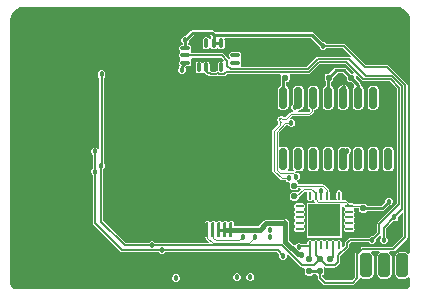
<source format=gbl>
G04*
G04 #@! TF.GenerationSoftware,Altium Limited,Altium Designer,21.9.2 (33)*
G04*
G04 Layer_Physical_Order=2*
G04 Layer_Color=16711680*
%FSLAX25Y25*%
%MOIN*%
G70*
G04*
G04 #@! TF.SameCoordinates,6337DD35-F76D-4253-AB87-260676900378*
G04*
G04*
G04 #@! TF.FilePolarity,Positive*
G04*
G01*
G75*
%ADD10C,0.01000*%
G04:AMPARAMS|DCode=18|XSize=20mil|YSize=20mil|CornerRadius=5mil|HoleSize=0mil|Usage=FLASHONLY|Rotation=0.000|XOffset=0mil|YOffset=0mil|HoleType=Round|Shape=RoundedRectangle|*
%AMROUNDEDRECTD18*
21,1,0.02000,0.01000,0,0,0.0*
21,1,0.01000,0.02000,0,0,0.0*
1,1,0.01000,0.00500,-0.00500*
1,1,0.01000,-0.00500,-0.00500*
1,1,0.01000,-0.00500,0.00500*
1,1,0.01000,0.00500,0.00500*
%
%ADD18ROUNDEDRECTD18*%
G04:AMPARAMS|DCode=20|XSize=20mil|YSize=20mil|CornerRadius=5mil|HoleSize=0mil|Usage=FLASHONLY|Rotation=270.000|XOffset=0mil|YOffset=0mil|HoleType=Round|Shape=RoundedRectangle|*
%AMROUNDEDRECTD20*
21,1,0.02000,0.01000,0,0,270.0*
21,1,0.01000,0.02000,0,0,270.0*
1,1,0.01000,-0.00500,-0.00500*
1,1,0.01000,-0.00500,0.00500*
1,1,0.01000,0.00500,0.00500*
1,1,0.01000,0.00500,-0.00500*
%
%ADD20ROUNDEDRECTD20*%
%ADD32C,0.00400*%
%ADD33C,0.00600*%
%ADD34C,0.15748*%
%ADD35C,0.01800*%
%ADD36O,0.02756X0.00984*%
%ADD37O,0.00984X0.02756*%
%ADD38R,0.11024X0.10630*%
G04:AMPARAMS|DCode=39|XSize=39.37mil|YSize=78.74mil|CornerRadius=9.84mil|HoleSize=0mil|Usage=FLASHONLY|Rotation=0.000|XOffset=0mil|YOffset=0mil|HoleType=Round|Shape=RoundedRectangle|*
%AMROUNDEDRECTD39*
21,1,0.03937,0.05906,0,0,0.0*
21,1,0.01968,0.07874,0,0,0.0*
1,1,0.01968,0.00984,-0.02953*
1,1,0.01968,-0.00984,-0.02953*
1,1,0.01968,-0.00984,0.02953*
1,1,0.01968,0.00984,0.02953*
%
%ADD39ROUNDEDRECTD39*%
G04:AMPARAMS|DCode=40|XSize=86mil|YSize=72mil|CornerRadius=18mil|HoleSize=0mil|Usage=FLASHONLY|Rotation=270.000|XOffset=0mil|YOffset=0mil|HoleType=Round|Shape=RoundedRectangle|*
%AMROUNDEDRECTD40*
21,1,0.08600,0.03600,0,0,270.0*
21,1,0.05000,0.07200,0,0,270.0*
1,1,0.03600,-0.01800,-0.02500*
1,1,0.03600,-0.01800,0.02500*
1,1,0.03600,0.01800,0.02500*
1,1,0.03600,0.01800,-0.02500*
%
%ADD40ROUNDEDRECTD40*%
G04:AMPARAMS|DCode=41|XSize=70.87mil|YSize=27.56mil|CornerRadius=6.89mil|HoleSize=0mil|Usage=FLASHONLY|Rotation=90.000|XOffset=0mil|YOffset=0mil|HoleType=Round|Shape=RoundedRectangle|*
%AMROUNDEDRECTD41*
21,1,0.07087,0.01378,0,0,90.0*
21,1,0.05709,0.02756,0,0,90.0*
1,1,0.01378,0.00689,0.02854*
1,1,0.01378,0.00689,-0.02854*
1,1,0.01378,-0.00689,-0.02854*
1,1,0.01378,-0.00689,0.02854*
%
%ADD41ROUNDEDRECTD41*%
G04:AMPARAMS|DCode=42|XSize=50mil|YSize=10mil|CornerRadius=2.5mil|HoleSize=0mil|Usage=FLASHONLY|Rotation=90.000|XOffset=0mil|YOffset=0mil|HoleType=Round|Shape=RoundedRectangle|*
%AMROUNDEDRECTD42*
21,1,0.05000,0.00500,0,0,90.0*
21,1,0.04500,0.01000,0,0,90.0*
1,1,0.00500,0.00250,0.02250*
1,1,0.00500,0.00250,-0.02250*
1,1,0.00500,-0.00250,-0.02250*
1,1,0.00500,-0.00250,0.02250*
%
%ADD42ROUNDEDRECTD42*%
G04:AMPARAMS|DCode=43|XSize=13.78mil|YSize=31.5mil|CornerRadius=3.45mil|HoleSize=0mil|Usage=FLASHONLY|Rotation=270.000|XOffset=0mil|YOffset=0mil|HoleType=Round|Shape=RoundedRectangle|*
%AMROUNDEDRECTD43*
21,1,0.01378,0.02461,0,0,270.0*
21,1,0.00689,0.03150,0,0,270.0*
1,1,0.00689,-0.01230,-0.00345*
1,1,0.00689,-0.01230,0.00345*
1,1,0.00689,0.01230,0.00345*
1,1,0.00689,0.01230,-0.00345*
%
%ADD43ROUNDEDRECTD43*%
G04:AMPARAMS|DCode=44|XSize=13.78mil|YSize=31.5mil|CornerRadius=3.45mil|HoleSize=0mil|Usage=FLASHONLY|Rotation=180.000|XOffset=0mil|YOffset=0mil|HoleType=Round|Shape=RoundedRectangle|*
%AMROUNDEDRECTD44*
21,1,0.01378,0.02461,0,0,180.0*
21,1,0.00689,0.03150,0,0,180.0*
1,1,0.00689,-0.00345,0.01230*
1,1,0.00689,0.00345,0.01230*
1,1,0.00689,0.00345,-0.01230*
1,1,0.00689,-0.00345,-0.01230*
%
%ADD44ROUNDEDRECTD44*%
%ADD45C,0.01500*%
G36*
X62181Y94189D02*
X63303Y94041D01*
X64349Y93607D01*
X65247Y92918D01*
X65937Y92020D01*
X66370Y90974D01*
X66518Y89851D01*
X66518D01*
Y86681D01*
Y12049D01*
X66018Y11897D01*
X65982Y11951D01*
X65524Y12257D01*
X64984Y12364D01*
X63016D01*
X62476Y12257D01*
X62018Y11951D01*
X61712Y11493D01*
X61604Y10953D01*
Y5047D01*
X61712Y4507D01*
X62018Y4049D01*
X62476Y3743D01*
X63016Y3636D01*
X64984D01*
X65524Y3743D01*
X65982Y4049D01*
X66018Y4103D01*
X66518Y3951D01*
Y1719D01*
X66510D01*
X66392Y1125D01*
X66057Y623D01*
X65554Y287D01*
X64961Y169D01*
Y161D01*
X-64961D01*
Y164D01*
X-65651Y301D01*
X-66237Y692D01*
X-66628Y1278D01*
X-66765Y1969D01*
X-66768D01*
Y19088D01*
X-66768Y19090D01*
X-66753Y19223D01*
X-66660Y19685D01*
X-66660D01*
X-66638Y19955D01*
X-66692Y20229D01*
X-66768Y20342D01*
Y87468D01*
Y89851D01*
X-66768D01*
X-66620Y90974D01*
X-66187Y92020D01*
X-65497Y92918D01*
X-64599Y93607D01*
X-63553Y94041D01*
X-62431Y94189D01*
Y94189D01*
X62181D01*
Y94189D01*
D02*
G37*
%LPC*%
G36*
X400Y86518D02*
X-5900D01*
X-6251Y86448D01*
X-6549Y86249D01*
X-8344Y84453D01*
X-8605D01*
X-9083Y84256D01*
X-9449Y83890D01*
X-9646Y83412D01*
Y82895D01*
X-9449Y82417D01*
X-9264Y82233D01*
Y81505D01*
X-9577D01*
X-9867Y81447D01*
X-10114Y81283D01*
X-10278Y81037D01*
X-10336Y80746D01*
Y80057D01*
X-10278Y79767D01*
X-10114Y79520D01*
X-10053Y79480D01*
Y78922D01*
X-10114Y78881D01*
X-10278Y78635D01*
X-10336Y78345D01*
Y77656D01*
X-10278Y77365D01*
X-10114Y77119D01*
X-10053Y77078D01*
Y76520D01*
X-10114Y76480D01*
X-10278Y76233D01*
X-10336Y75943D01*
Y75254D01*
X-10278Y74963D01*
X-10240Y74907D01*
X-10248Y74896D01*
X-10318Y74545D01*
Y74121D01*
X-10502Y73936D01*
X-10700Y73459D01*
Y72941D01*
X-10502Y72464D01*
X-10136Y72098D01*
X-9659Y71900D01*
X-9141D01*
X-8664Y72098D01*
X-8298Y72464D01*
X-8100Y72941D01*
Y73459D01*
X-8298Y73936D01*
X-8482Y74121D01*
Y74165D01*
X-8152Y74495D01*
X-7116D01*
X-6826Y74553D01*
X-6579Y74717D01*
X-6415Y74963D01*
X-6357Y75254D01*
Y75943D01*
X-6415Y76233D01*
X-6579Y76480D01*
X-6532Y76970D01*
X-6226Y77286D01*
X3504D01*
X4429Y76362D01*
X4143Y75940D01*
X3974Y75974D01*
X3285D01*
X2995Y75916D01*
X2749Y75751D01*
X2584Y75505D01*
X2526Y75215D01*
Y72754D01*
X2493Y72714D01*
X2198D01*
X1925Y72659D01*
X1693Y72505D01*
X1611Y72423D01*
X648D01*
X567Y72505D01*
X335Y72659D01*
X62Y72714D01*
X-234D01*
X-267Y72754D01*
Y75215D01*
X-324Y75505D01*
X-489Y75751D01*
X-735Y75916D01*
X-1026Y75974D01*
X-1715D01*
X-2005Y75916D01*
X-2251Y75751D01*
X-2342Y75615D01*
X-2509Y75577D01*
X-2732D01*
X-2898Y75615D01*
X-2989Y75751D01*
X-3235Y75916D01*
X-3526Y75974D01*
X-4215D01*
X-4505Y75916D01*
X-4751Y75751D01*
X-4916Y75505D01*
X-4974Y75215D01*
Y72754D01*
X-4916Y72464D01*
X-4751Y72217D01*
X-4505Y72053D01*
X-4215Y71995D01*
X-3526D01*
X-3235Y72053D01*
X-2989Y72217D01*
X-2898Y72353D01*
X-2732Y72391D01*
X-2509D01*
X-2342Y72353D01*
X-2251Y72217D01*
X-2005Y72053D01*
X-1715Y71995D01*
X-1704D01*
X-1205Y71495D01*
X-973Y71341D01*
X-700Y71286D01*
X-233D01*
X-152Y71205D01*
X80Y71050D01*
X353Y70996D01*
X1907D01*
X2180Y71050D01*
X2380Y71184D01*
X2580Y71050D01*
X2853Y70996D01*
X4407D01*
X4680Y71050D01*
X4912Y71205D01*
X5493Y71786D01*
X23342D01*
X23587Y71443D01*
X23639Y71286D01*
X23582Y71000D01*
Y70346D01*
X23452Y70151D01*
X23382Y69800D01*
Y67840D01*
X23186Y67801D01*
X22826Y67560D01*
X22585Y67200D01*
X22501Y66775D01*
Y61066D01*
X22585Y60641D01*
X22826Y60281D01*
X23186Y60040D01*
X23611Y59956D01*
X24989D01*
X25414Y60040D01*
X25774Y60281D01*
X26015Y60641D01*
X26099Y61066D01*
Y66775D01*
X26015Y67200D01*
X25774Y67560D01*
X25414Y67801D01*
X25218Y67840D01*
Y69082D01*
X25500D01*
X25851Y69152D01*
X26149Y69351D01*
X26348Y69649D01*
X26418Y70000D01*
Y71000D01*
X26361Y71286D01*
X26413Y71443D01*
X26658Y71786D01*
X32814D01*
X33087Y71841D01*
X33319Y71995D01*
X36510Y75186D01*
X45011D01*
X47837Y72360D01*
X47591Y71899D01*
X47500Y71918D01*
X46880D01*
X45149Y73649D01*
X44851Y73848D01*
X44500Y73918D01*
X42000D01*
X41649Y73848D01*
X41351Y73649D01*
X39620Y71918D01*
X39000D01*
X38649Y71848D01*
X38351Y71649D01*
X38152Y71351D01*
X38082Y71000D01*
Y70000D01*
X38152Y69649D01*
X38351Y69351D01*
X38382Y69330D01*
Y67840D01*
X38186Y67801D01*
X37826Y67560D01*
X37585Y67200D01*
X37501Y66775D01*
Y61066D01*
X37585Y60641D01*
X37826Y60281D01*
X38186Y60040D01*
X38611Y59956D01*
X39989D01*
X40414Y60040D01*
X40774Y60281D01*
X41015Y60641D01*
X41099Y61066D01*
Y66775D01*
X41015Y67200D01*
X40774Y67560D01*
X40414Y67801D01*
X40218Y67840D01*
Y69126D01*
X40351Y69152D01*
X40649Y69351D01*
X40848Y69649D01*
X40918Y70000D01*
Y70620D01*
X42380Y72082D01*
X44120D01*
X45582Y70620D01*
Y70000D01*
X45652Y69649D01*
X45851Y69351D01*
X46149Y69152D01*
X46500Y69082D01*
X47120D01*
X47973Y68229D01*
X47892Y67604D01*
X47826Y67560D01*
X47585Y67200D01*
X47501Y66775D01*
Y61066D01*
X47585Y60641D01*
X47826Y60281D01*
X48186Y60040D01*
X48611Y59956D01*
X49989D01*
X50414Y60040D01*
X50774Y60281D01*
X51015Y60641D01*
X51099Y61066D01*
Y66775D01*
X51015Y67200D01*
X50774Y67560D01*
X50414Y67801D01*
X50218Y67840D01*
Y68200D01*
X50148Y68551D01*
X49949Y68849D01*
X48418Y70380D01*
Y71000D01*
X48399Y71091D01*
X48860Y71337D01*
X50502Y69695D01*
X50734Y69541D01*
X51007Y69486D01*
X59804D01*
X62286Y67004D01*
Y28796D01*
X55695Y22205D01*
X55541Y21973D01*
X55486Y21700D01*
Y18996D01*
X54181Y17691D01*
X54159Y17700D01*
X53641D01*
X53164Y17502D01*
X52798Y17136D01*
X52789Y17114D01*
X46508D01*
X46235Y17059D01*
X46004Y16905D01*
X44995Y15896D01*
X44841Y15665D01*
X44786Y15392D01*
Y14596D01*
X44331Y14140D01*
X43831Y14347D01*
Y15618D01*
X43762Y15966D01*
X43564Y16261D01*
X43269Y16458D01*
X42921Y16528D01*
X42573Y16458D01*
X42278Y16261D01*
X42222Y16177D01*
X41652D01*
X41596Y16261D01*
X41301Y16458D01*
X40953Y16528D01*
X40605Y16458D01*
X40310Y16261D01*
X40254Y16177D01*
X39683D01*
X39627Y16261D01*
X39332Y16458D01*
X38984Y16528D01*
X38636Y16458D01*
X38341Y16261D01*
X38285Y16177D01*
X37715D01*
X37659Y16261D01*
X37364Y16458D01*
X37016Y16528D01*
X36668Y16458D01*
X36373Y16261D01*
X36317Y16177D01*
X35746D01*
X35690Y16261D01*
X35395Y16458D01*
X35047Y16528D01*
X34699Y16458D01*
X34404Y16261D01*
X34348Y16177D01*
X33778D01*
X33722Y16261D01*
X33427Y16458D01*
X33079Y16528D01*
X32731Y16458D01*
X32436Y16261D01*
X32238Y15966D01*
X32169Y15618D01*
Y15093D01*
X30345D01*
X30186Y15252D01*
X29708Y15450D01*
X29191D01*
X28713Y15252D01*
X28348Y14886D01*
X28298Y14767D01*
X27708Y14650D01*
X26072Y16286D01*
Y21334D01*
X26102Y21364D01*
X26300Y21841D01*
Y22359D01*
X26102Y22836D01*
X25736Y23202D01*
X25259Y23400D01*
X24741D01*
X24434Y23272D01*
X18600D01*
X18151Y23183D01*
X17771Y22929D01*
X15914Y21072D01*
X7802D01*
Y22150D01*
X7752Y22404D01*
X7608Y22619D01*
X7393Y22762D01*
X7140Y22813D01*
X6640D01*
X6386Y22762D01*
X6188Y22630D01*
X6168Y22619D01*
X5643D01*
X5623Y22630D01*
X5425Y22762D01*
X5171Y22813D01*
X4671D01*
X4418Y22762D01*
X4219Y22630D01*
X4199Y22619D01*
X3675D01*
X3655Y22630D01*
X3456Y22762D01*
X3203Y22813D01*
X2703D01*
X2449Y22762D01*
X2251Y22630D01*
X2231Y22619D01*
X1706D01*
X1686Y22630D01*
X1488Y22762D01*
X1234Y22813D01*
X734D01*
X481Y22762D01*
X283Y22630D01*
X262Y22619D01*
X-262D01*
X-282Y22630D01*
X-481Y22762D01*
X-734Y22813D01*
X-1234D01*
X-1488Y22762D01*
X-1703Y22619D01*
X-1846Y22404D01*
X-1897Y22150D01*
Y17650D01*
X-1846Y17396D01*
X-1703Y17181D01*
X-1548Y17078D01*
X-1443Y16825D01*
X-494Y15876D01*
X-685Y15414D01*
X-18388D01*
X-18398Y15436D01*
X-18764Y15802D01*
X-19241Y16000D01*
X-19759D01*
X-20236Y15802D01*
X-20602Y15436D01*
X-20612Y15414D01*
X-28304D01*
X-35669Y22778D01*
Y40104D01*
X-35646Y40113D01*
X-35281Y40479D01*
X-35083Y40957D01*
Y41474D01*
X-35281Y41952D01*
X-35586Y42257D01*
Y70588D01*
X-35564Y70598D01*
X-35198Y70964D01*
X-35000Y71441D01*
Y71959D01*
X-35198Y72436D01*
X-35564Y72802D01*
X-36041Y73000D01*
X-36559D01*
X-37036Y72802D01*
X-37402Y72436D01*
X-37600Y71959D01*
Y71441D01*
X-37402Y70964D01*
X-37036Y70598D01*
X-37014Y70588D01*
Y47159D01*
X-37514Y46952D01*
X-37664Y47102D01*
X-38141Y47300D01*
X-38659D01*
X-39136Y47102D01*
X-39502Y46736D01*
X-39700Y46259D01*
Y45741D01*
X-39502Y45264D01*
X-39136Y44898D01*
X-39114Y44888D01*
Y40359D01*
X-39136Y40349D01*
X-39502Y39984D01*
X-39700Y39506D01*
Y38989D01*
X-39502Y38511D01*
X-39136Y38145D01*
X-39114Y38136D01*
Y22000D01*
X-39059Y21727D01*
X-38905Y21495D01*
X-30005Y12595D01*
X-29773Y12441D01*
X-29500Y12386D01*
X-17312D01*
X-17302Y12364D01*
X-16936Y11998D01*
X-16459Y11800D01*
X-15941D01*
X-15464Y11998D01*
X-15098Y12364D01*
X-15089Y12386D01*
X22104D01*
X22939Y11552D01*
X22900Y11459D01*
Y10941D01*
X23098Y10464D01*
X23464Y10098D01*
X23941Y9900D01*
X24459D01*
X24936Y10098D01*
X25302Y10464D01*
X25500Y10941D01*
Y11433D01*
X25571Y11497D01*
X25942Y11698D01*
X30145Y7495D01*
X30376Y7341D01*
X30649Y7286D01*
X31342D01*
X31587Y6943D01*
X31639Y6786D01*
X31582Y6500D01*
Y5500D01*
X31652Y5149D01*
X31851Y4851D01*
X32149Y4652D01*
X32500Y4582D01*
X33500D01*
X33851Y4652D01*
X34149Y4851D01*
X34303Y5082D01*
X35197D01*
X35351Y4851D01*
X35649Y4652D01*
X35786Y4625D01*
Y3900D01*
X35841Y3627D01*
X35995Y3395D01*
X37595Y1795D01*
X37827Y1641D01*
X38100Y1586D01*
X47500D01*
X47773Y1641D01*
X48005Y1795D01*
X49505Y3295D01*
X49659Y3527D01*
X49694Y3702D01*
X49983Y3864D01*
X50214Y3918D01*
X50476Y3743D01*
X51016Y3636D01*
X52984D01*
X53524Y3743D01*
X53982Y4049D01*
X54288Y4507D01*
X54396Y5047D01*
Y10953D01*
X54288Y11493D01*
X53982Y11951D01*
X53630Y12186D01*
X53733Y12686D01*
X56267D01*
X56370Y12186D01*
X56018Y11951D01*
X55712Y11493D01*
X55604Y10953D01*
Y5047D01*
X55712Y4507D01*
X56018Y4049D01*
X56476Y3743D01*
X57016Y3636D01*
X58984D01*
X59524Y3743D01*
X59982Y4049D01*
X60288Y4507D01*
X60396Y5047D01*
Y10953D01*
X60288Y11493D01*
X59982Y11951D01*
X59630Y12186D01*
X59733Y12686D01*
X60977D01*
X61250Y12741D01*
X61482Y12895D01*
X65505Y16918D01*
X65659Y17150D01*
X65714Y17423D01*
Y68128D01*
X65659Y68401D01*
X65505Y68633D01*
X59530Y74608D01*
X59298Y74762D01*
X59025Y74817D01*
X51862D01*
X44925Y81755D01*
X44693Y81909D01*
X44420Y81964D01*
X38612D01*
X38602Y81986D01*
X38236Y82352D01*
X37759Y82550D01*
X37498D01*
X34529Y85519D01*
X34231Y85718D01*
X33880Y85788D01*
X1510D01*
X1049Y86249D01*
X751Y86448D01*
X400Y86518D01*
D02*
G37*
G36*
X54989Y67885D02*
X53611D01*
X53186Y67801D01*
X52826Y67560D01*
X52585Y67200D01*
X52501Y66775D01*
Y61066D01*
X52585Y60641D01*
X52826Y60281D01*
X53186Y60040D01*
X53611Y59956D01*
X54989D01*
X55414Y60040D01*
X55774Y60281D01*
X56015Y60641D01*
X56099Y61066D01*
Y66775D01*
X56015Y67200D01*
X55774Y67560D01*
X55414Y67801D01*
X54989Y67885D01*
D02*
G37*
G36*
X44759Y68300D02*
X44241D01*
X43764Y68102D01*
X43531Y67869D01*
X43186Y67801D01*
X42826Y67560D01*
X42585Y67200D01*
X42501Y66775D01*
Y61066D01*
X42585Y60641D01*
X42826Y60281D01*
X43186Y60040D01*
X43611Y59956D01*
X44989D01*
X45414Y60040D01*
X45774Y60281D01*
X46015Y60641D01*
X46099Y61066D01*
Y66775D01*
X46015Y67200D01*
X45774Y67560D01*
X45637Y67651D01*
X45602Y67736D01*
X45236Y68102D01*
X44759Y68300D01*
D02*
G37*
G36*
X34989Y67885D02*
X33611D01*
X33186Y67801D01*
X32826Y67560D01*
X32585Y67200D01*
X32501Y66775D01*
Y61066D01*
X32585Y60641D01*
X32826Y60281D01*
X33038Y60140D01*
X33139Y59660D01*
X33124Y59543D01*
X32731Y59149D01*
X29271D01*
X29116Y59597D01*
X29443Y59956D01*
X29989D01*
X30414Y60040D01*
X30774Y60281D01*
X31015Y60641D01*
X31099Y61066D01*
Y66775D01*
X31015Y67200D01*
X30774Y67560D01*
X30414Y67801D01*
X29989Y67885D01*
X28611D01*
X28186Y67801D01*
X27826Y67560D01*
X27585Y67200D01*
X27501Y66775D01*
Y61739D01*
X27198Y61436D01*
X27000Y60959D01*
Y60441D01*
X27198Y59964D01*
X27512Y59649D01*
X27477Y59408D01*
X27359Y59149D01*
X26869D01*
X26409Y58959D01*
X25675Y58225D01*
X25675Y58225D01*
X24649Y57198D01*
X24446Y57401D01*
X24326Y57451D01*
X24031Y57648D01*
X23563Y57741D01*
X23094Y57648D01*
X22799Y57451D01*
X22679Y57401D01*
X22679Y57401D01*
X22441Y56999D01*
X22432Y56986D01*
X22339Y56517D01*
X22432Y56049D01*
X22607Y55787D01*
X22675Y55601D01*
X22622Y55172D01*
X20841Y53391D01*
X20651Y52931D01*
Y39569D01*
X20841Y39109D01*
X23409Y36541D01*
X23869Y36351D01*
X25062D01*
X25098Y36264D01*
X25464Y35898D01*
X25941Y35700D01*
X26284D01*
X26428Y35563D01*
X26595Y35332D01*
X26630Y35238D01*
X26582Y35000D01*
Y34000D01*
X26652Y33649D01*
X26851Y33351D01*
X27149Y33152D01*
X27500Y33082D01*
X28500D01*
X28851Y33152D01*
X29149Y33351D01*
X29348Y33649D01*
X29388Y33851D01*
X29879D01*
X30070Y33389D01*
X28958Y32276D01*
X28851Y32348D01*
X28500Y32418D01*
X27500D01*
X27149Y32348D01*
X26851Y32149D01*
X26652Y31851D01*
X26582Y31500D01*
Y30500D01*
X26652Y30149D01*
X26851Y29851D01*
X27149Y29652D01*
X27500Y29582D01*
X28500D01*
X28851Y29652D01*
X29149Y29851D01*
X29348Y30149D01*
X29418Y30500D01*
Y30899D01*
X31466Y32948D01*
X31957Y32921D01*
X32209Y32545D01*
X32228Y32451D01*
X32169Y32153D01*
Y30382D01*
X32238Y30034D01*
X32436Y29739D01*
X32731Y29542D01*
X33079Y29472D01*
X33427Y29542D01*
X33722Y29739D01*
X33778Y29822D01*
X34348D01*
X34404Y29739D01*
X34575Y29624D01*
X34588Y29594D01*
X35005Y29177D01*
X34813Y28715D01*
X32088D01*
Y17285D01*
X43912D01*
Y27875D01*
X43998Y27903D01*
X44541Y27573D01*
X44739Y27278D01*
X44822Y27222D01*
Y26652D01*
X44739Y26596D01*
X44541Y26301D01*
X44472Y25953D01*
X44541Y25605D01*
X44739Y25310D01*
X44822Y25254D01*
Y24683D01*
X44739Y24627D01*
X44541Y24332D01*
X44472Y23984D01*
X44541Y23636D01*
X44739Y23341D01*
X44822Y23285D01*
Y22715D01*
X44739Y22659D01*
X44541Y22364D01*
X44472Y22016D01*
X44541Y21668D01*
X44739Y21373D01*
X44822Y21317D01*
Y20746D01*
X44739Y20690D01*
X44541Y20395D01*
X44472Y20047D01*
X44541Y19699D01*
X44739Y19404D01*
X45034Y19207D01*
X45382Y19138D01*
X47153D01*
X47502Y19207D01*
X47797Y19404D01*
X47994Y19699D01*
X48063Y20047D01*
X47994Y20395D01*
X47797Y20690D01*
X47713Y20746D01*
Y21317D01*
X47797Y21373D01*
X47994Y21668D01*
X48063Y22016D01*
X47994Y22364D01*
X47797Y22659D01*
X47713Y22715D01*
Y23285D01*
X47797Y23341D01*
X47994Y23636D01*
X48063Y23984D01*
X47994Y24332D01*
X47797Y24627D01*
X47713Y24683D01*
Y25254D01*
X47797Y25310D01*
X47994Y25605D01*
X48063Y25953D01*
X47994Y26301D01*
X47797Y26596D01*
X47985Y27069D01*
X48192Y27272D01*
X49582D01*
Y26500D01*
X49652Y26149D01*
X49851Y25851D01*
X50149Y25652D01*
X50500Y25582D01*
X51500D01*
X51851Y25652D01*
X52149Y25851D01*
X52303Y26082D01*
X57200D01*
X57551Y26152D01*
X57849Y26351D01*
X59498Y28000D01*
X59759D01*
X60236Y28198D01*
X60602Y28564D01*
X60800Y29041D01*
Y29559D01*
X60602Y30036D01*
X60236Y30402D01*
X59759Y30600D01*
X59241D01*
X58764Y30402D01*
X58398Y30036D01*
X58200Y29559D01*
Y29298D01*
X56820Y27918D01*
X52303D01*
X52149Y28149D01*
X51851Y28348D01*
X51500Y28418D01*
X50500D01*
X50465Y28411D01*
X50079Y28571D01*
X47787D01*
X47502Y28762D01*
X47153Y28831D01*
X46277D01*
X45548Y29559D01*
X45089Y29749D01*
X44127D01*
X43804Y30250D01*
X43831Y30382D01*
Y32153D01*
X43762Y32502D01*
X43564Y32797D01*
X43269Y32994D01*
X42921Y33063D01*
X42573Y32994D01*
X42278Y32797D01*
X42081Y32502D01*
X42012Y32153D01*
Y30382D01*
X42038Y30250D01*
X41715Y29749D01*
X40190D01*
X39867Y30250D01*
X39894Y30382D01*
Y32153D01*
X39825Y32502D01*
X39634Y32787D01*
Y33016D01*
X39443Y33475D01*
X37959Y34959D01*
X37500Y35149D01*
X29388D01*
X29348Y35351D01*
X29149Y35649D01*
X28898Y35816D01*
X28883Y36005D01*
X28949Y36338D01*
X29336Y36498D01*
X29702Y36864D01*
X29900Y37341D01*
Y37859D01*
X29702Y38336D01*
X29336Y38702D01*
X28859Y38900D01*
X28341D01*
X28337Y38898D01*
X28124Y39102D01*
X28365Y39564D01*
X28611Y39515D01*
X29989D01*
X30414Y39599D01*
X30774Y39840D01*
X31015Y40200D01*
X31099Y40625D01*
Y46334D01*
X31015Y46759D01*
X30774Y47119D01*
X30414Y47360D01*
X29989Y47444D01*
X28611D01*
X28186Y47360D01*
X27826Y47119D01*
X27585Y46759D01*
X27501Y46334D01*
Y40625D01*
X27585Y40200D01*
X27797Y39883D01*
X27826Y39840D01*
X27847Y39805D01*
X27600Y39371D01*
X27533Y39394D01*
X27400Y39449D01*
X26069D01*
X25980Y39567D01*
X25847Y39949D01*
X26015Y40200D01*
X26099Y40625D01*
Y46334D01*
X26015Y46759D01*
X25774Y47119D01*
X25414Y47360D01*
X24989Y47444D01*
X23611D01*
X23249Y47372D01*
X23102Y47419D01*
X22749Y47669D01*
Y52331D01*
X25269Y54851D01*
X25862D01*
X25898Y54764D01*
X26264Y54398D01*
X26741Y54200D01*
X27259D01*
X27736Y54398D01*
X28102Y54764D01*
X28300Y55241D01*
Y55759D01*
X28102Y56236D01*
X27736Y56602D01*
X27259Y56800D01*
X26794D01*
X26685Y56935D01*
X26548Y57261D01*
X26594Y57306D01*
X26594Y57306D01*
X27138Y57851D01*
X33000D01*
X33459Y58041D01*
X34459Y59041D01*
X34649Y59500D01*
Y59956D01*
X34989D01*
X35414Y60040D01*
X35774Y60281D01*
X36015Y60641D01*
X36099Y61066D01*
Y66775D01*
X36015Y67200D01*
X35774Y67560D01*
X35414Y67801D01*
X34989Y67885D01*
D02*
G37*
G36*
X59989Y47444D02*
X58611D01*
X58186Y47360D01*
X57826Y47119D01*
X57585Y46759D01*
X57501Y46334D01*
Y40625D01*
X57585Y40200D01*
X57826Y39840D01*
X58186Y39599D01*
X58611Y39515D01*
X59989D01*
X60414Y39599D01*
X60774Y39840D01*
X61015Y40200D01*
X61099Y40625D01*
Y46334D01*
X61015Y46759D01*
X60774Y47119D01*
X60414Y47360D01*
X59989Y47444D01*
D02*
G37*
G36*
X54989D02*
X53611D01*
X53186Y47360D01*
X52826Y47119D01*
X52585Y46759D01*
X52501Y46334D01*
Y40625D01*
X52585Y40200D01*
X52826Y39840D01*
X53186Y39599D01*
X53611Y39515D01*
X54989D01*
X55414Y39599D01*
X55774Y39840D01*
X56015Y40200D01*
X56099Y40625D01*
Y46334D01*
X56015Y46759D01*
X55774Y47119D01*
X55414Y47360D01*
X54989Y47444D01*
D02*
G37*
G36*
X49989D02*
X48611D01*
X48186Y47360D01*
X47826Y47119D01*
X47585Y46759D01*
X47501Y46334D01*
Y40625D01*
X47585Y40200D01*
X47826Y39840D01*
X48186Y39599D01*
X48611Y39515D01*
X49989D01*
X50414Y39599D01*
X50774Y39840D01*
X51015Y40200D01*
X51099Y40625D01*
Y46334D01*
X51015Y46759D01*
X50774Y47119D01*
X50414Y47360D01*
X49989Y47444D01*
D02*
G37*
G36*
X45659Y47600D02*
X45141D01*
X44765Y47444D01*
X43611D01*
X43186Y47360D01*
X42826Y47119D01*
X42585Y46759D01*
X42501Y46334D01*
Y40625D01*
X42585Y40200D01*
X42826Y39840D01*
X43186Y39599D01*
X43611Y39515D01*
X44989D01*
X45414Y39599D01*
X45774Y39840D01*
X46015Y40200D01*
X46099Y40625D01*
Y45182D01*
X46136Y45198D01*
X46502Y45564D01*
X46700Y46041D01*
Y46559D01*
X46502Y47036D01*
X46136Y47402D01*
X45659Y47600D01*
D02*
G37*
G36*
X39989Y47444D02*
X38611D01*
X38186Y47360D01*
X37826Y47119D01*
X37585Y46759D01*
X37501Y46334D01*
Y40625D01*
X37585Y40200D01*
X37826Y39840D01*
X38186Y39599D01*
X38611Y39515D01*
X39989D01*
X40414Y39599D01*
X40774Y39840D01*
X41015Y40200D01*
X41099Y40625D01*
Y46334D01*
X41015Y46759D01*
X40774Y47119D01*
X40414Y47360D01*
X39989Y47444D01*
D02*
G37*
G36*
X34989D02*
X33611D01*
X33186Y47360D01*
X32826Y47119D01*
X32585Y46759D01*
X32501Y46334D01*
Y40625D01*
X32585Y40200D01*
X32826Y39840D01*
X33186Y39599D01*
X33611Y39515D01*
X34989D01*
X35414Y39599D01*
X35774Y39840D01*
X36015Y40200D01*
X36099Y40625D01*
Y44498D01*
X36200Y44741D01*
Y45259D01*
X36099Y45502D01*
Y46334D01*
X36015Y46759D01*
X35774Y47119D01*
X35414Y47360D01*
X34989Y47444D01*
D02*
G37*
G36*
X30618Y28831D02*
X28846D01*
X28498Y28762D01*
X28203Y28564D01*
X28006Y28269D01*
X27937Y27921D01*
X28006Y27573D01*
X28203Y27278D01*
X28287Y27222D01*
Y26652D01*
X28203Y26596D01*
X28006Y26301D01*
X27937Y25953D01*
X28006Y25605D01*
X28203Y25310D01*
X28287Y25254D01*
Y24683D01*
X28203Y24627D01*
X28006Y24332D01*
X27937Y23984D01*
X28006Y23636D01*
X28203Y23341D01*
X28287Y23285D01*
Y22715D01*
X28203Y22659D01*
X28006Y22364D01*
X27937Y22016D01*
X28006Y21668D01*
X28203Y21373D01*
X28287Y21317D01*
Y20746D01*
X28203Y20690D01*
X28006Y20395D01*
X27937Y20047D01*
X28006Y19699D01*
X28203Y19404D01*
X28498Y19207D01*
X28846Y19138D01*
X30618D01*
X30966Y19207D01*
X31261Y19404D01*
X31459Y19699D01*
X31528Y20047D01*
X31459Y20395D01*
X31261Y20690D01*
X31177Y20746D01*
Y21317D01*
X31261Y21373D01*
X31459Y21668D01*
X31528Y22016D01*
X31459Y22364D01*
X31261Y22659D01*
X31177Y22715D01*
Y23285D01*
X31261Y23341D01*
X31459Y23636D01*
X31528Y23984D01*
X31459Y24332D01*
X31261Y24627D01*
X31177Y24683D01*
Y25254D01*
X31261Y25310D01*
X31459Y25605D01*
X31528Y25953D01*
X31459Y26301D01*
X31261Y26596D01*
X31177Y26652D01*
Y27222D01*
X31261Y27278D01*
X31459Y27573D01*
X31528Y27921D01*
X31459Y28269D01*
X31261Y28564D01*
X30966Y28762D01*
X30618Y28831D01*
D02*
G37*
G36*
X13559Y5500D02*
X13041D01*
X12564Y5302D01*
X12198Y4936D01*
X12000Y4459D01*
Y3941D01*
X12198Y3464D01*
X12564Y3098D01*
X13041Y2900D01*
X13559D01*
X14036Y3098D01*
X14402Y3464D01*
X14600Y3941D01*
Y4459D01*
X14402Y4936D01*
X14036Y5302D01*
X13559Y5500D01*
D02*
G37*
G36*
X9159D02*
X8641D01*
X8164Y5302D01*
X7798Y4936D01*
X7600Y4459D01*
Y3941D01*
X7798Y3464D01*
X8164Y3098D01*
X8641Y2900D01*
X9159D01*
X9636Y3098D01*
X10002Y3464D01*
X10200Y3941D01*
Y4459D01*
X10002Y4936D01*
X9636Y5302D01*
X9159Y5500D01*
D02*
G37*
G36*
X-11241Y5200D02*
X-11759D01*
X-12236Y5002D01*
X-12602Y4636D01*
X-12800Y4159D01*
Y3641D01*
X-12602Y3164D01*
X-12236Y2798D01*
X-11759Y2600D01*
X-11241D01*
X-10764Y2798D01*
X-10398Y3164D01*
X-10200Y3641D01*
Y4159D01*
X-10398Y4636D01*
X-10764Y5002D01*
X-11241Y5200D01*
D02*
G37*
%LPD*%
G36*
X212Y84490D02*
Y83754D01*
X-239Y83610D01*
X-398Y83647D01*
X-489Y83783D01*
X-735Y83947D01*
X-1026Y84005D01*
X-1715D01*
X-2005Y83947D01*
X-2251Y83783D01*
X-2416Y83536D01*
X-2474Y83246D01*
Y80785D01*
X-2416Y80495D01*
X-2251Y80249D01*
X-2005Y80084D01*
X-1715Y80026D01*
X-1026D01*
X-735Y80084D01*
X-489Y80249D01*
X-398Y80385D01*
X-232Y80423D01*
X-8D01*
X158Y80385D01*
X249Y80249D01*
X495Y80084D01*
X785Y80026D01*
X1474D01*
X1765Y80084D01*
X2011Y80249D01*
X2102Y80385D01*
X2268Y80423D01*
X2492D01*
X2658Y80385D01*
X2749Y80249D01*
X2995Y80084D01*
X3285Y80026D01*
X3974D01*
X4265Y80084D01*
X4511Y80249D01*
X4676Y80495D01*
X4733Y80785D01*
Y83246D01*
X4692Y83452D01*
X4859Y83772D01*
X4999Y83952D01*
X33500D01*
X36200Y81252D01*
Y80991D01*
X36398Y80514D01*
X36764Y80148D01*
X37241Y79950D01*
X37759D01*
X38236Y80148D01*
X38602Y80514D01*
X38612Y80536D01*
X44124D01*
X46755Y77906D01*
X46436Y77517D01*
X46373Y77559D01*
X46100Y77614D01*
X35800D01*
X35527Y77559D01*
X35295Y77405D01*
X32104Y74214D01*
X10260D01*
X10108Y74714D01*
X10114Y74717D01*
X10278Y74963D01*
X10336Y75254D01*
Y75943D01*
X10278Y76233D01*
X10114Y76480D01*
X10053Y76520D01*
Y77078D01*
X10114Y77119D01*
X10278Y77365D01*
X10336Y77656D01*
Y78345D01*
X10278Y78635D01*
X10114Y78881D01*
X9867Y79046D01*
X9577Y79104D01*
X7116D01*
X6826Y79046D01*
X6579Y78881D01*
X6415Y78635D01*
X6357Y78345D01*
Y77656D01*
X6415Y77365D01*
X6488Y77255D01*
X6329Y76795D01*
X6105Y76705D01*
X4305Y78505D01*
X4073Y78659D01*
X3800Y78714D01*
X-6468D01*
X-6579Y78881D01*
X-6640Y78922D01*
Y79480D01*
X-6579Y79520D01*
X-6415Y79767D01*
X-6357Y80057D01*
Y80746D01*
X-6415Y81037D01*
X-6579Y81283D01*
X-6826Y81447D01*
X-7116Y81505D01*
X-7429D01*
Y82233D01*
X-7244Y82417D01*
X-7046Y82895D01*
Y83156D01*
X-5520Y84682D01*
X20D01*
X212Y84490D01*
D02*
G37*
G36*
X64286Y25324D02*
Y17719D01*
X60681Y14114D01*
X50600D01*
X50327Y14059D01*
X50095Y13905D01*
X48495Y12305D01*
X48341Y12073D01*
X48286Y11800D01*
Y4096D01*
X47204Y3014D01*
X38396D01*
X37266Y4143D01*
X37329Y4648D01*
X37351Y4652D01*
X37649Y4851D01*
X37848Y5149D01*
X37918Y5500D01*
Y6500D01*
X37848Y6851D01*
X37715Y7049D01*
X37966Y7492D01*
X37995Y7495D01*
X38227Y7341D01*
X38500Y7286D01*
X41400D01*
X41673Y7341D01*
X41905Y7495D01*
X43105Y8695D01*
X43259Y8927D01*
X43314Y9200D01*
Y11104D01*
X46005Y13795D01*
X46159Y14027D01*
X46214Y14300D01*
Y15096D01*
X46804Y15686D01*
X52789D01*
X52798Y15664D01*
X53164Y15298D01*
X53641Y15100D01*
X54159D01*
X54636Y15298D01*
X55002Y15664D01*
X55200Y16141D01*
Y16659D01*
X55191Y16681D01*
X56338Y17829D01*
X56874Y17657D01*
X56909Y17447D01*
X56698Y17236D01*
X56500Y16759D01*
Y16241D01*
X56698Y15764D01*
X57064Y15398D01*
X57541Y15200D01*
X58059D01*
X58536Y15398D01*
X58902Y15764D01*
X59100Y16241D01*
Y16759D01*
X58902Y17236D01*
X58536Y17602D01*
X58514Y17612D01*
Y20204D01*
X61019Y22709D01*
X61041Y22700D01*
X61559D01*
X62036Y22898D01*
X62402Y23264D01*
X62600Y23741D01*
Y24259D01*
X62591Y24281D01*
X63824Y25515D01*
X64286Y25324D01*
D02*
G37*
D10*
X49300Y63920D02*
Y68200D01*
X47000Y70500D02*
X49300Y68200D01*
X44500Y73000D02*
X47000Y70500D01*
X42000Y73000D02*
X44500D01*
X39500Y70500D02*
X42000Y73000D01*
X39300Y63920D02*
Y70300D01*
X24300Y69800D02*
X25000Y70500D01*
X24300Y63920D02*
Y69800D01*
X2953Y19900D02*
X4921D01*
X33880Y84870D02*
X37500Y81250D01*
X1130Y84870D02*
X33880D01*
X57200Y27000D02*
X59500Y29300D01*
X51000Y27000D02*
X57200D01*
X33000Y6000D02*
X36500D01*
X1130Y82016D02*
X3630D01*
X1130D02*
Y84870D01*
X400Y85600D02*
X1130Y84870D01*
X-5900Y85600D02*
X400D01*
X-8347Y83153D02*
X-5900Y85600D01*
X-8347Y80402D02*
Y83153D01*
X-9400Y73200D02*
Y74545D01*
X-8347Y75598D01*
D18*
X51000Y23000D02*
D03*
Y27000D02*
D03*
X40000Y6000D02*
D03*
Y10000D02*
D03*
X33000D02*
D03*
Y6000D02*
D03*
X36500Y10000D02*
D03*
Y6000D02*
D03*
D20*
X39500Y70500D02*
D03*
X35500D02*
D03*
X29000D02*
D03*
X25000D02*
D03*
X43000D02*
D03*
X47000D02*
D03*
X28000Y31000D02*
D03*
X24000D02*
D03*
X28000Y34500D02*
D03*
X24000D02*
D03*
D32*
X24224Y56704D02*
G03*
X25073Y56704I424J424D01*
G01*
X23987Y56942D02*
G03*
X23138Y56942I-424J-424D01*
G01*
X23138Y56942D02*
G03*
X23138Y56093I424J-424D01*
G01*
X23376Y55007D02*
G03*
X23376Y55856I-424J424D01*
G01*
X-984Y17284D02*
X700Y15600D01*
X984Y17259D02*
X1844Y16400D01*
X12800Y15600D02*
X14700Y17500D01*
X9600Y16400D02*
X10700Y17500D01*
X700Y15600D02*
X12800D01*
X1844Y16400D02*
X9600D01*
X25073Y56704D02*
X26134Y57766D01*
X23987Y56942D02*
X24224Y56704D01*
X23987Y56942D02*
X23987Y56942D01*
X23138Y56942D02*
X23138Y56942D01*
X23138Y56093D02*
X23138Y56093D01*
X23376Y55856D01*
X23376Y55856D02*
X23376Y55856D01*
X23234Y54866D02*
X23376Y55007D01*
X26134Y57766D02*
X26869Y58500D01*
X21300Y52931D02*
X23234Y54866D01*
X25000Y55500D02*
X27000D01*
X22100Y52600D02*
X25000Y55500D01*
X26869Y58500D02*
X33000D01*
X21300Y39569D02*
Y52931D01*
X23869Y37000D02*
X26200D01*
X21300Y39569D02*
X23869Y37000D01*
X22100Y39900D02*
Y52600D01*
Y39900D02*
X23200Y38800D01*
X27400D01*
X28600Y37600D01*
X34000Y63621D02*
X34300Y63920D01*
X34000Y59500D02*
Y63621D01*
X33000Y58500D02*
X34000Y59500D01*
X984Y17259D02*
Y19900D01*
X28000Y34500D02*
X37500D01*
X38984Y33016D01*
Y31268D02*
Y33016D01*
X50079Y27921D02*
X51000Y27000D01*
X46268Y27921D02*
X50079D01*
X45089Y29100D02*
X46268Y27921D01*
X36000Y29100D02*
X45089D01*
X35047Y30053D02*
X36000Y29100D01*
X35047Y30053D02*
Y31268D01*
Y32153D01*
X31200Y33600D02*
X33600D01*
X35047Y32153D01*
X28600Y31000D02*
X31200Y33600D01*
X28000Y31000D02*
X28600D01*
X-984Y17284D02*
Y19900D01*
D33*
X24200Y11200D02*
Y11300D01*
X22400Y13100D02*
X24200Y11300D01*
X-16200Y13100D02*
X22400D01*
X-29500D02*
X-16200D01*
X23949Y14700D02*
X25175Y13475D01*
X-19500Y14700D02*
X23949D01*
X-28600D02*
X-19500D01*
X25175Y13475D02*
X30649Y8000D01*
X-36383Y22483D02*
X-28600Y14700D01*
X-38400Y22000D02*
X-29500Y13100D01*
X-38400Y39247D02*
Y46000D01*
Y22000D02*
Y39247D01*
X-36383Y22483D02*
Y41132D01*
X-36300Y41215D01*
Y71700D01*
X30649Y8000D02*
X34500D01*
X32901Y14379D02*
X33079Y14557D01*
X29679Y14379D02*
X32901D01*
X33079Y14557D02*
Y14732D01*
X29450Y14150D02*
X29679Y14379D01*
X32814Y72500D02*
X36214Y75900D01*
X5198Y72500D02*
X32814D01*
X6709Y73500D02*
X32400D01*
X5600Y74609D02*
X6709Y73500D01*
X4407Y71709D02*
X5198Y72500D01*
X32400Y73500D02*
X35800Y76900D01*
X5600Y74609D02*
Y76200D01*
X1907Y71709D02*
X2198Y72000D01*
X62D02*
X353Y71709D01*
X1907D01*
X2562Y72000D02*
X2853Y71709D01*
X2198Y72000D02*
X2562D01*
X-1370Y72670D02*
X-700Y72000D01*
X2853Y71709D02*
X4407D01*
X-700Y72000D02*
X62D01*
X36214Y75900D02*
X45307D01*
X51007Y70200D02*
X60100D01*
X35800Y76900D02*
X46100D01*
X51800Y71200D02*
X60514D01*
X46100Y76900D02*
X51800Y71200D01*
X45307Y75900D02*
X51007Y70200D01*
X60100D02*
X63000Y67300D01*
X44420Y81250D02*
X51567Y74103D01*
X60514Y71200D02*
X64000Y67714D01*
X59025Y74103D02*
X65000Y68128D01*
X51567Y74103D02*
X59025D01*
X37500Y81250D02*
X44420D01*
X64000Y26700D02*
Y67714D01*
X3800Y78000D02*
X5600Y76200D01*
X-8347Y78000D02*
X3800D01*
X-1370Y72670D02*
Y73984D01*
X61300Y24000D02*
X64000Y26700D01*
X57800Y20500D02*
X61300Y24000D01*
X65000Y17423D02*
Y68128D01*
X63000Y28500D02*
Y67300D01*
X60977Y13400D02*
X65000Y17423D01*
X50600Y13400D02*
X60977D01*
X45500Y15392D02*
X46508Y16400D01*
X53900D01*
X42600Y11400D02*
X45500Y14300D01*
Y15392D01*
X53900Y16400D02*
X56200Y18700D01*
Y21700D02*
X63000Y28500D01*
X56200Y18700D02*
Y21700D01*
X57800Y16500D02*
Y20500D01*
X49000Y3800D02*
Y11800D01*
X50600Y13400D01*
X47500Y2300D02*
X49000Y3800D01*
X38100Y2300D02*
X47500D01*
X36500Y3900D02*
X38100Y2300D01*
X36500Y3900D02*
Y6000D01*
X40953Y10953D02*
Y14732D01*
X40000Y10000D02*
X40953Y10953D01*
X42600Y9200D02*
Y11400D01*
X41400Y8000D02*
X42600Y9200D01*
X38500Y8000D02*
X41400D01*
X36500Y10000D02*
X38500Y8000D01*
X34500D02*
X36500Y10000D01*
X33079Y10079D02*
Y14732D01*
X35047Y11453D02*
X36500Y10000D01*
X35047Y11453D02*
Y14732D01*
D34*
X55118Y82677D02*
D03*
X-31496D02*
D03*
D35*
X24200Y11200D02*
D03*
X-36383Y41215D02*
D03*
X-38400Y39247D02*
D03*
X-36300Y71700D02*
D03*
X-38400Y46000D02*
D03*
X14500Y66500D02*
D03*
X17500D02*
D03*
X20500D02*
D03*
X-55100Y9177D02*
D03*
X30100Y11600D02*
D03*
X29450Y14150D02*
D03*
X25000Y22100D02*
D03*
X-3200Y4200D02*
D03*
X500D02*
D03*
X4700D02*
D03*
X14700Y17500D02*
D03*
X10700D02*
D03*
X-23500Y5000D02*
D03*
X-16200Y13100D02*
D03*
X-19500Y14700D02*
D03*
X-11500Y3900D02*
D03*
X-55500Y5000D02*
D03*
X41500D02*
D03*
X36500Y58000D02*
D03*
X28300Y60700D02*
D03*
X27000Y55500D02*
D03*
X64700Y10000D02*
D03*
X30500Y56000D02*
D03*
X33500D02*
D03*
X13300Y4200D02*
D03*
X8900D02*
D03*
X44500Y67000D02*
D03*
X52000Y58000D02*
D03*
X31000Y36500D02*
D03*
X58500Y37000D02*
D03*
X56000Y34000D02*
D03*
X53500Y37000D02*
D03*
X56500Y52000D02*
D03*
X52000Y53500D02*
D03*
X49000Y56500D02*
D03*
X44500Y58031D02*
D03*
X39500Y58000D02*
D03*
X39300Y43000D02*
D03*
X34900Y45000D02*
D03*
X58000Y11100D02*
D03*
X52000Y11000D02*
D03*
X28600Y37600D02*
D03*
X26200Y37000D02*
D03*
X54400Y46000D02*
D03*
X59400Y41400D02*
D03*
X45400Y46300D02*
D03*
X49300Y41600D02*
D03*
X47300Y13200D02*
D03*
X60200Y19100D02*
D03*
X29400Y4900D02*
D03*
X26100D02*
D03*
X61300Y24000D02*
D03*
X49500Y24600D02*
D03*
X52400Y24500D02*
D03*
X49200Y14700D02*
D03*
X59500Y29300D02*
D03*
X40900Y32800D02*
D03*
X36900D02*
D03*
X-10000Y21500D02*
D03*
X49000Y30000D02*
D03*
X46000Y5500D02*
D03*
X-7500Y4000D02*
D03*
X-29500Y3700D02*
D03*
X20024Y19800D02*
D03*
X20000Y17500D02*
D03*
X22000Y30500D02*
D03*
Y33000D02*
D03*
X24900Y34500D02*
D03*
X46500Y30500D02*
D03*
X39500Y73500D02*
D03*
X37000Y73000D02*
D03*
X34000Y79500D02*
D03*
X31000D02*
D03*
X24000D02*
D03*
X-8000Y68000D02*
D03*
X-11500D02*
D03*
X8500Y82000D02*
D03*
X17000Y76500D02*
D03*
X13000D02*
D03*
X11500Y66500D02*
D03*
X8500D02*
D03*
X37500Y81250D02*
D03*
X-8347Y83153D02*
D03*
X-9400Y73200D02*
D03*
X57800Y16500D02*
D03*
X53900Y16400D02*
D03*
D36*
X29732Y18079D02*
D03*
Y20047D02*
D03*
Y22016D02*
D03*
Y23984D02*
D03*
Y25953D02*
D03*
Y27921D02*
D03*
X46268D02*
D03*
Y25953D02*
D03*
Y23984D02*
D03*
Y22016D02*
D03*
Y20047D02*
D03*
Y18079D02*
D03*
D37*
X33079Y31268D02*
D03*
X35047D02*
D03*
X37016D02*
D03*
X38984D02*
D03*
X40953D02*
D03*
X42921D02*
D03*
Y14732D02*
D03*
X40953D02*
D03*
X38984D02*
D03*
X37016D02*
D03*
X35047D02*
D03*
X33079D02*
D03*
D38*
X38000Y23000D02*
D03*
D39*
X64000Y8000D02*
D03*
X52000D02*
D03*
X58000D02*
D03*
X46000D02*
D03*
D40*
X-18563Y7500D02*
D03*
X18563D02*
D03*
D41*
X24300Y43479D02*
D03*
X39300Y63920D02*
D03*
X24300D02*
D03*
X59300Y43479D02*
D03*
X54300D02*
D03*
X49300D02*
D03*
X44300D02*
D03*
X39300D02*
D03*
X34300D02*
D03*
X29300D02*
D03*
X59300Y63920D02*
D03*
X54300D02*
D03*
X49300D02*
D03*
X44300D02*
D03*
X34300D02*
D03*
X29300D02*
D03*
D42*
X-6890Y19900D02*
D03*
X-4921D02*
D03*
X-2953D02*
D03*
X-984D02*
D03*
X984D02*
D03*
X2953D02*
D03*
X4921D02*
D03*
X6890D02*
D03*
D43*
X-8347Y80402D02*
D03*
Y78000D02*
D03*
Y75598D02*
D03*
X8347D02*
D03*
Y78000D02*
D03*
Y80402D02*
D03*
D44*
X-3870Y73984D02*
D03*
X-1370D02*
D03*
X1130D02*
D03*
X3630D02*
D03*
Y82016D02*
D03*
X1130D02*
D03*
X-1370D02*
D03*
D45*
X24900Y15800D02*
Y21919D01*
X25000Y22019D02*
Y22100D01*
X24900Y21919D02*
X25000Y22019D01*
X30043Y11657D02*
X30100Y11600D01*
X24900Y15800D02*
X29043Y11657D01*
X30043D01*
X18600Y22100D02*
X25000D01*
X16400Y19900D02*
X18600Y22100D01*
X6890Y19900D02*
X16400D01*
X4921D02*
X6890D01*
M02*

</source>
